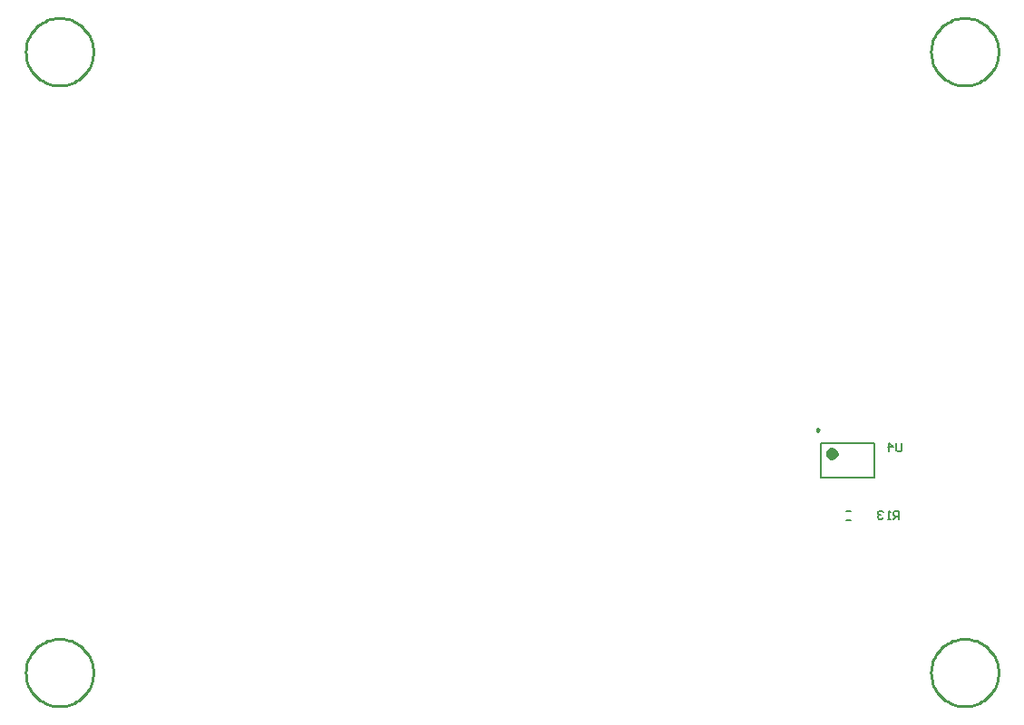
<source format=gbo>
G04*
G04 #@! TF.GenerationSoftware,Altium Limited,Altium Designer,20.2.6 (244)*
G04*
G04 Layer_Color=32896*
%FSLAX25Y25*%
%MOIN*%
G70*
G04*
G04 #@! TF.SameCoordinates,4AA97A5E-EA8F-4A6E-9BBD-7CD435F3AC8D*
G04*
G04*
G04 #@! TF.FilePolarity,Positive*
G04*
G01*
G75*
%ADD11C,0.00984*%
%ADD12C,0.00787*%
%ADD13C,0.01000*%
%ADD14C,0.02362*%
D11*
X302867Y105022D02*
X302129Y105448D01*
Y104596D01*
X302867Y105022D01*
D12*
X323162Y87601D02*
Y100199D01*
X303477Y87601D02*
Y100199D01*
Y87601D02*
X323162D01*
X303477Y100199D02*
X323162D01*
X312748Y75105D02*
X314322D01*
X312748Y71955D02*
X314322D01*
X333243Y100246D02*
Y97623D01*
X332719Y97098D01*
X331669D01*
X331144Y97623D01*
Y100246D01*
X328521Y97098D02*
Y100246D01*
X330095Y98672D01*
X327996D01*
X332167Y72156D02*
Y75304D01*
X330593D01*
X330068Y74779D01*
Y73730D01*
X330593Y73205D01*
X332167D01*
X331118D02*
X330068Y72156D01*
X329019D02*
X327969D01*
X328494D01*
Y75304D01*
X329019Y74779D01*
X326395D02*
X325870Y75304D01*
X324820D01*
X324296Y74779D01*
Y74255D01*
X324820Y73730D01*
X325345D01*
X324820D01*
X324296Y73205D01*
Y72680D01*
X324820Y72156D01*
X325870D01*
X326395Y72680D01*
D13*
X368699Y244094D02*
X368659Y245092D01*
X368539Y246084D01*
X368339Y247062D01*
X368061Y248021D01*
X367707Y248955D01*
X367279Y249857D01*
X366780Y250722D01*
X366212Y251544D01*
X365581Y252317D01*
X364889Y253037D01*
X364142Y253700D01*
X363343Y254299D01*
X362499Y254833D01*
X361615Y255297D01*
X360696Y255689D01*
X359749Y256005D01*
X358780Y256244D01*
X357794Y256404D01*
X356799Y256484D01*
X355800D01*
X354805Y256404D01*
X353819Y256244D01*
X352849Y256005D01*
X351902Y255689D01*
X350983Y255297D01*
X350099Y254833D01*
X349255Y254299D01*
X348457Y253700D01*
X347709Y253037D01*
X347018Y252317D01*
X346386Y251544D01*
X345819Y250722D01*
X345320Y249857D01*
X344892Y248955D01*
X344537Y248021D01*
X344260Y247062D01*
X344060Y246084D01*
X343939Y245092D01*
X343899Y244094D01*
X343939Y243097D01*
X344060Y242105D01*
X344260Y241127D01*
X344537Y240168D01*
X344892Y239234D01*
X345320Y238332D01*
X345819Y237467D01*
X346386Y236645D01*
X347018Y235872D01*
X347709Y235152D01*
X348457Y234489D01*
X349255Y233890D01*
X350099Y233356D01*
X350983Y232892D01*
X351902Y232500D01*
X352849Y232184D01*
X353819Y231945D01*
X354805Y231785D01*
X355800Y231705D01*
X356799D01*
X357794Y231785D01*
X358780Y231945D01*
X359749Y232184D01*
X360696Y232500D01*
X361615Y232892D01*
X362499Y233356D01*
X363343Y233890D01*
X364142Y234489D01*
X364889Y235152D01*
X365581Y235872D01*
X366212Y236645D01*
X366780Y237467D01*
X367279Y238332D01*
X367707Y239234D01*
X368061Y240168D01*
X368339Y241127D01*
X368539Y242105D01*
X368659Y243097D01*
X368699Y244094D01*
X36022Y15748D02*
X35982Y16746D01*
X35862Y17737D01*
X35662Y18715D01*
X35384Y19675D01*
X35030Y20608D01*
X34602Y21511D01*
X34102Y22375D01*
X33535Y23197D01*
X32904Y23971D01*
X32212Y24691D01*
X31464Y25353D01*
X30666Y25953D01*
X29822Y26487D01*
X28938Y26951D01*
X28019Y27342D01*
X27072Y27658D01*
X26102Y27897D01*
X25117Y28058D01*
X24121Y28138D01*
X23123D01*
X22127Y28058D01*
X21142Y27897D01*
X20172Y27658D01*
X19225Y27342D01*
X18306Y26951D01*
X17422Y26487D01*
X16578Y25953D01*
X15780Y25353D01*
X15032Y24691D01*
X14341Y23971D01*
X13709Y23197D01*
X13142Y22375D01*
X12642Y21511D01*
X12214Y20608D01*
X11860Y19675D01*
X11582Y18715D01*
X11383Y17737D01*
X11262Y16746D01*
X11222Y15748D01*
X11262Y14750D01*
X11383Y13759D01*
X11582Y12780D01*
X11860Y11821D01*
X12214Y10888D01*
X12642Y9985D01*
X13142Y9121D01*
X13709Y8299D01*
X14341Y7525D01*
X15032Y6805D01*
X15780Y6143D01*
X16578Y5543D01*
X17422Y5009D01*
X18306Y4545D01*
X19225Y4154D01*
X20172Y3838D01*
X21142Y3599D01*
X22127Y3438D01*
X23123Y3358D01*
X24121D01*
X25117Y3438D01*
X26102Y3599D01*
X27072Y3838D01*
X28019Y4154D01*
X28938Y4545D01*
X29822Y5009D01*
X30666Y5543D01*
X31464Y6143D01*
X32212Y6805D01*
X32904Y7525D01*
X33535Y8299D01*
X34102Y9121D01*
X34602Y9985D01*
X35030Y10888D01*
X35384Y11821D01*
X35662Y12780D01*
X35862Y13759D01*
X35982Y14750D01*
X36022Y15748D01*
X368699D02*
X368659Y16746D01*
X368539Y17737D01*
X368339Y18715D01*
X368061Y19675D01*
X367707Y20608D01*
X367279Y21511D01*
X366780Y22375D01*
X366212Y23197D01*
X365581Y23971D01*
X364889Y24691D01*
X364142Y25353D01*
X363343Y25953D01*
X362499Y26487D01*
X361615Y26951D01*
X360696Y27342D01*
X359749Y27658D01*
X358780Y27897D01*
X357794Y28058D01*
X356799Y28138D01*
X355800D01*
X354805Y28058D01*
X353819Y27897D01*
X352849Y27658D01*
X351902Y27342D01*
X350983Y26951D01*
X350099Y26487D01*
X349255Y25953D01*
X348457Y25353D01*
X347709Y24691D01*
X347018Y23971D01*
X346386Y23197D01*
X345819Y22375D01*
X345320Y21511D01*
X344892Y20608D01*
X344537Y19675D01*
X344260Y18715D01*
X344060Y17737D01*
X343939Y16746D01*
X343899Y15748D01*
X343939Y14750D01*
X344060Y13759D01*
X344260Y12780D01*
X344537Y11821D01*
X344892Y10888D01*
X345320Y9985D01*
X345819Y9121D01*
X346386Y8299D01*
X347018Y7525D01*
X347709Y6805D01*
X348457Y6143D01*
X349255Y5543D01*
X350099Y5009D01*
X350983Y4545D01*
X351902Y4154D01*
X352849Y3838D01*
X353819Y3599D01*
X354805Y3438D01*
X355800Y3358D01*
X356799D01*
X357794Y3438D01*
X358780Y3599D01*
X359749Y3838D01*
X360696Y4154D01*
X361615Y4545D01*
X362499Y5009D01*
X363343Y5543D01*
X364142Y6143D01*
X364889Y6805D01*
X365581Y7525D01*
X366212Y8299D01*
X366780Y9121D01*
X367279Y9985D01*
X367707Y10888D01*
X368061Y11821D01*
X368339Y12780D01*
X368539Y13759D01*
X368659Y14750D01*
X368699Y15748D01*
X36022Y244094D02*
X35982Y245092D01*
X35862Y246084D01*
X35662Y247062D01*
X35384Y248021D01*
X35030Y248955D01*
X34602Y249857D01*
X34102Y250722D01*
X33535Y251544D01*
X32904Y252317D01*
X32212Y253037D01*
X31464Y253700D01*
X30666Y254299D01*
X29822Y254833D01*
X28938Y255297D01*
X28019Y255689D01*
X27072Y256005D01*
X26102Y256244D01*
X25117Y256404D01*
X24121Y256484D01*
X23123D01*
X22127Y256404D01*
X21142Y256244D01*
X20172Y256005D01*
X19225Y255689D01*
X18306Y255297D01*
X17422Y254833D01*
X16578Y254299D01*
X15780Y253700D01*
X15032Y253037D01*
X14341Y252317D01*
X13709Y251544D01*
X13142Y250722D01*
X12642Y249857D01*
X12214Y248955D01*
X11860Y248021D01*
X11582Y247062D01*
X11383Y246084D01*
X11262Y245092D01*
X11222Y244094D01*
X11262Y243097D01*
X11383Y242105D01*
X11582Y241127D01*
X11860Y240168D01*
X12214Y239234D01*
X12642Y238332D01*
X13142Y237467D01*
X13709Y236645D01*
X14341Y235872D01*
X15032Y235152D01*
X15780Y234489D01*
X16578Y233890D01*
X17422Y233356D01*
X18306Y232892D01*
X19225Y232500D01*
X20172Y232184D01*
X21142Y231945D01*
X22127Y231785D01*
X23123Y231705D01*
X24121D01*
X25117Y231785D01*
X26102Y231945D01*
X27072Y232184D01*
X28019Y232500D01*
X28938Y232892D01*
X29822Y233356D01*
X30666Y233890D01*
X31464Y234489D01*
X32212Y235152D01*
X32904Y235872D01*
X33535Y236645D01*
X34102Y237467D01*
X34602Y238332D01*
X35030Y239234D01*
X35384Y240168D01*
X35662Y241127D01*
X35862Y242105D01*
X35982Y243097D01*
X36022Y244094D01*
D14*
X308595Y96262D02*
X308151Y97186D01*
X307151Y97414D01*
X306350Y96775D01*
Y95750D01*
X307151Y95111D01*
X308151Y95339D01*
X308595Y96262D01*
M02*

</source>
